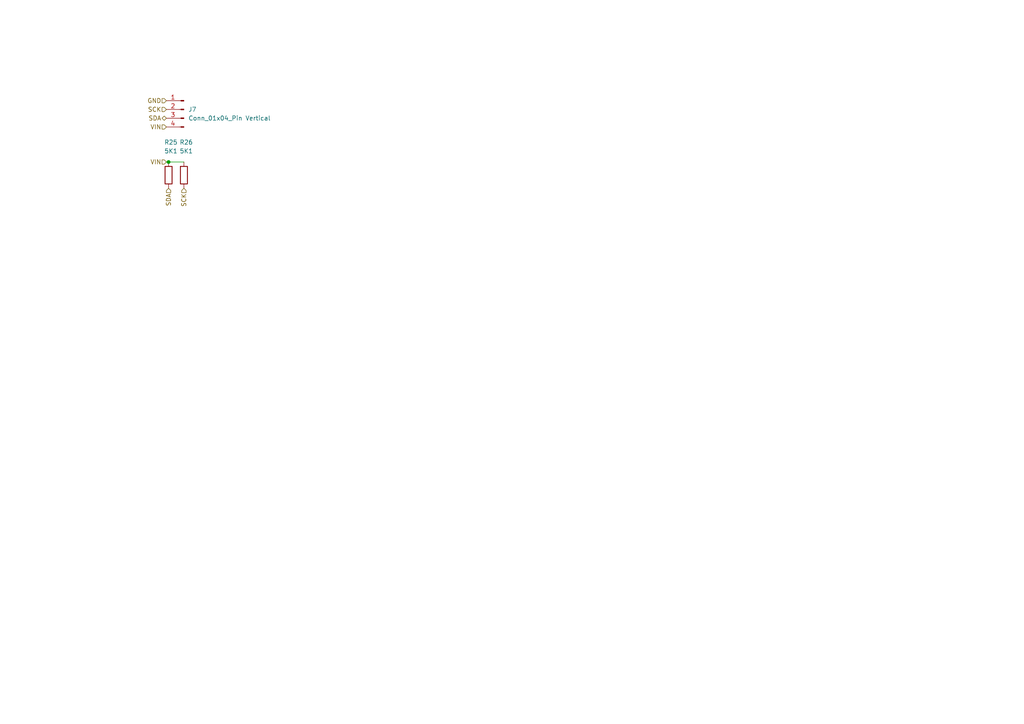
<source format=kicad_sch>
(kicad_sch (version 20250114) (generator "eeschema") (generator_version "9.0")
  (paper "A4")
  (lib_symbols
    (symbol "Connector:Conn_01x04_Pin" (pin_names (offset 1.016) (hide yes))
      (property "Reference" "J" (at 0 5.08 0))
      (property "Value" "Conn_01x04_Pin" (at 0 -7.62 0))
      (symbol "Conn_01x04_Pin_1_1"
        (rectangle (start 0.8636 2.667) (end 0 2.413) (stroke (width 0.1524)) (fill (type outline)))
        (rectangle (start 0.8636 0.127) (end 0 -0.127) (stroke (width 0.1524)) (fill (type outline)))
        (rectangle (start 0.8636 -2.413) (end 0 -2.667) (stroke (width 0.1524)) (fill (type outline)))
        (rectangle (start 0.8636 -4.953) (end 0 -5.207) (stroke (width 0.1524)) (fill (type outline)))
        (polyline (pts (xy 1.27 2.54) (xy 0.8636 2.54)) (stroke (width 0.1524)))
        (polyline (pts (xy 1.27 0) (xy 0.8636 0)) (stroke (width 0.1524)))
        (polyline (pts (xy 1.27 -2.54) (xy 0.8636 -2.54)) (stroke (width 0.1524)))
        (polyline (pts (xy 1.27 -5.08) (xy 0.8636 -5.08)) (stroke (width 0.1524)))
        (pin passive line (at 5.08 2.54 180) (length 3.81) (name "Pin_1") (number "1"))
        (pin passive line (at 5.08 0 180) (length 3.81) (name "Pin_2") (number "2"))
        (pin passive line (at 5.08 -2.54 180) (length 3.81) (name "Pin_3") (number "3"))
        (pin passive line (at 5.08 -5.08 180) (length 3.81) (name "Pin_4") (number "4"))
      )
    )
    (symbol "Device:R" (pin_numbers (hide yes)) (pin_names (offset 0))
      (property "Reference" "R" (at 2.032 0 90))
      (property "Value" "R" (at 0 0 90))
      (symbol "R_0_1"
        (rectangle (start -1.016 -2.54) (end 1.016 2.54) (stroke (width 0.254)))
      )
      (symbol "R_1_1"
        (pin passive line (at 0 3.81 270) (length 1.27) (name "~") (number "1"))
        (pin passive line (at 0 -3.81 90) (length 1.27) (name "~") (number "2"))
      )
    )
  )
  (junction (at 48.895 46.99))
  (wire (pts (xy 48.26 46.99) (xy 48.895 46.99)))
  (wire (pts (xy 48.895 46.99) (xy 53.34 46.99)))
  (hierarchical_label "SCK" (shape input) (at 48.26 31.75 180))
  (hierarchical_label "SDA" (shape bidirectional) (at 48.26 34.29 180))
  (hierarchical_label "VIN" (shape input) (at 48.26 46.99 180))
  (hierarchical_label "GND" (shape input) (at 48.26 29.21 180))
  (hierarchical_label "VIN" (shape input) (at 48.26 36.83 180))
  (hierarchical_label "SDA" (shape input) (at 48.895 54.61 270))
  (hierarchical_label "SCK" (shape input) (at 53.34 54.61 270))
  (symbol (lib_id "Device:R") (at 48.895 50.8 0) (unit 1)
    (property "Reference" "R25" (at 47.625 41.275 0) (effects (justify left)))
    (property "Value" "5K1" (at 47.625 43.815 0) (effects (justify left)))
    (property "Footprint" "Resistor_SMD:R_0402_1005Metric_Pad0.72x0.64mm_HandSolder" (effects (hide yes)))
    (property "Datasheet" "https://www.yageo.com/upload/media/product/products/datasheet/rchip/PYu-RC_Group_51_RoHS_L_12.pdf" (effects (hide yes)))
    (property "Description" "Resistor" (effects (hide yes)))
    (property "Note" "USB" (effects (hide yes)))
    (property "Tolerance" "1" (effects (hide yes)))
    (property "MANUFACTURER" "YAGEO" (effects (hide yes)))
    (property "PARTREV" "RC0402FR-075K1L" (effects (hide yes)))
  )
  (symbol (lib_id "Device:R") (at 53.34 50.8 0) (unit 1)
    (property "Reference" "R26" (at 52.07 41.275 0) (effects (justify left)))
    (property "Value" "5K1" (at 52.07 43.815 0) (effects (justify left)))
    (property "Footprint" "Resistor_SMD:R_0402_1005Metric_Pad0.72x0.64mm_HandSolder" (effects (hide yes)))
    (property "Datasheet" "https://www.yageo.com/upload/media/product/products/datasheet/rchip/PYu-RC_Group_51_RoHS_L_12.pdf" (effects (hide yes)))
    (property "Description" "Resistor" (effects (hide yes)))
    (property "Note" "USB" (effects (hide yes)))
    (property "Tolerance" "1" (effects (hide yes)))
    (property "MANUFACTURER" "YAGEO" (effects (hide yes)))
    (property "PARTREV" "RC0402FR-075K1L" (effects (hide yes)))
  )
  (symbol (lib_id "Connector:Conn_01x04_Pin") (at 53.34 31.75 0) (mirror y) (unit 1)
    (property "Reference" "J7" (at 54.61 31.7499 0) (effects (justify right)))
    (property "Value" "Conn_01x04_Pin Vertical" (at 54.61 34.2899 0) (effects (justify right)))
    (property "Footprint" "Connector_PinHeader_2.54mm:PinHeader_1x04_P2.54mm_Vertical" (effects (hide yes)))
    (property "Description" "Generic connector, single row, 01x04, script generated" (effects (hide yes)))
    (property "MANUFACTURER" "generic" (effects (hide yes)))
    (property "PARTREV" "2.54mm pins 01x04" (effects (hide yes)))
  )
)
</source>
